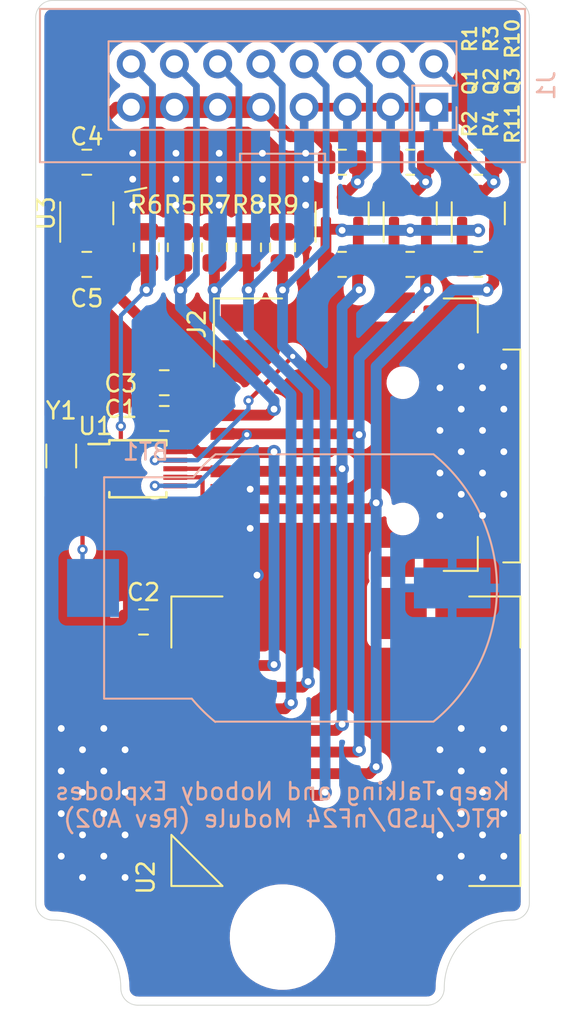
<source format=kicad_pcb>
(kicad_pcb (version 20211014) (generator pcbnew)
  (layers (0 "F.Cu" signal) (31 "B.Cu" signal) (34 "B.Paste" user) (35 "F.Paste" user) (36 "B.SilkS" user "B.Silkscreen") (37 "F.SilkS" user "F.Silkscreen") (38 "B.Mask" user) (39 "F.Mask" user) (44 "Edge.Cuts" user))
  (net 0 "")
  (net 1 "+5V")
  (net 2 "GND")
  (net 3 "+3V3")
  (net 4 "SCLK")
  (net 5 "IN-SCLK")
  (net 6 "MOSI")
  (net 7 "IN-MOSI")
  (net 8 "MISO")
  (net 9 "IN-MISO")
  (net 10 "SD-CS")
  (net 11 "RTC-CS")
  (net 12 "NF24-CS")
  (net 13 "NF24-CE")
  (net 14 "INT")
  (net 15 "Net-(U1-Pad1)")
  (net 16 "Net-(U1-Pad2)")
  (net 17 "+BATT")
  (footprint "MountingHole:MountingHole_3.2mm_M3" (layer "F.Cu") (at 35 75.5)
    (fp_text reference "REF**" hide)
    (fp_text value "MountingHole_3.2mm_M3")
    (pad "" np_thru_hole circle locked (at 0 0) (size 3.2 3.2) (drill 3.2) (layers *.Cu *.Mask))
  )
  (footprint "Capacitor_SMD:C_0805_2012Metric" (layer "F.Cu") (at 26.833 57 180)
    (fp_text reference "C2" (at 0 1.745) (layer "F.SilkS"))
    (fp_text value "10uF")
    (fp_line (start -0.261252 0.735) (end 0.261252 0.735) (layer "F.SilkS") (width 0.12))
    (fp_line (start -0.261252 -0.735) (end 0.261252 -0.735) (layer "F.SilkS") (width 0.12))
    (pad "1" smd roundrect (at -0.95 0 180) (size 1 1.45) (layers "F.Cu" "F.Paste" "F.Mask") (net 3 "+3V3"))
    (pad "2" smd roundrect (at 0.95 0 180) (size 1 1.45) (layers "F.Cu" "F.Paste" "F.Mask") (net 2 "GND"))
  )
  (footprint "Package_TO_SOT_SMD:SOT-23" (layer "F.Cu") (at 42.5 33 90)
    (fp_text reference "Q2" (at 7.75 4.75 90) (layer "F.SilkS") (effects (font (size 0.8 0.8))))
    (fp_text value "Q_NMOS_GSD")
    (fp_line (start 0 -1.56) (end -1.675 -1.56) (layer "F.SilkS") (width 0.12))
    (fp_line (start 0 1.56) (end 0.65 1.56) (layer "F.SilkS") (width 0.12))
    (fp_line (start 0 -1.56) (end 0.65 -1.56) (layer "F.SilkS") (width 0.12))
    (fp_line (start 0 1.56) (end -0.65 1.56) (layer "F.SilkS") (width 0.12))
    (pad "1" smd roundrect (at -0.9375 -0.95 90) (size 1.475 0.6) (layers "F.Cu" "F.Paste" "F.Mask") (net 3 "+3V3"))
    (pad "2" smd roundrect (at -0.9375 0.95 90) (size 1.475 0.6) (layers "F.Cu" "F.Paste" "F.Mask") (net 6 "MOSI"))
    (pad "3" smd roundrect (at 0.9375 0 90) (size 1.475 0.6) (layers "F.Cu" "F.Paste" "F.Mask") (net 7 "IN-MOSI"))
  )
  (footprint "Package_TO_SOT_SMD:SOT-23" (layer "F.Cu") (at 23.5 33 90)
    (fp_text reference "U3" (at 0 -2.4 90) (layer "F.SilkS"))
    (fp_text value "AMS1117-3.3")
    (fp_line (start 0 1.56) (end 0.65 1.56) (layer "F.SilkS") (width 0.12))
    (fp_line (start 0 -1.56) (end 0.65 -1.56) (layer "F.SilkS") (width 0.12))
    (fp_line (start 0 -1.56) (end -1.675 -1.56) (layer "F.SilkS") (width 0.12))
    (fp_line (start 0 1.56) (end -0.65 1.56) (layer "F.SilkS") (width 0.12))
    (pad "1" smd roundrect (at -0.9375 -0.95 90) (size 1.475 0.6) (layers "F.Cu" "F.Paste" "F.Mask") (net 2 "GND"))
    (pad "2" smd roundrect (at -0.9375 0.95 90) (size 1.475 0.6) (layers "F.Cu" "F.Paste" "F.Mask") (net 3 "+3V3"))
    (pad "3" smd roundrect (at 0.9375 0 90) (size 1.475 0.6) (layers "F.Cu" "F.Paste" "F.Mask") (net 1 "+5V"))
  )
  (footprint "Package_SO:MSOP-10_3x3mm_P0.5mm" (layer "F.Cu") (at 26.5 48)
    (fp_text reference "U1" (at -2.5 -2.5) (layer "F.SilkS"))
    (fp_text value "DS1390U")
    (fp_line (start 1.675 1.675) (end 1.675 1.375) (layer "F.SilkS") (width 0.15))
    (fp_line (start -1.675 1.675) (end 1.675 1.675) (layer "F.SilkS") (width 0.15))
    (fp_line (start -1.675 -1.675) (end 1.675 -1.675) (layer "F.SilkS") (width 0.15))
    (fp_line (start -1.675 -1.45) (end -2.9 -1.45) (layer "F.SilkS") (width 0.15))
    (fp_line (start -1.675 1.675) (end -1.675 1.375) (layer "F.SilkS") (width 0.15))
    (fp_line (start -1.675 -1.675) (end -1.675 -1.45) (layer "F.SilkS") (width 0.15))
    (fp_line (start 1.675 -1.675) (end 1.675 -1.375) (layer "F.SilkS") (width 0.15))
    (pad "1" smd rect (at -2.2 -1) (size 1.4 0.3) (layers "F.Cu" "F.Paste" "F.Mask") (net 15 "Net-(U1-Pad1)"))
    (pad "2" smd rect (at -2.2 -0.5) (size 1.4 0.3) (layers "F.Cu" "F.Paste" "F.Mask") (net 16 "Net-(U1-Pad2)"))
    (pad "3" smd rect (at -2.2 0) (size 1.4 0.3) (layers "F.Cu" "F.Paste" "F.Mask") (net 17 "+BATT"))
    (pad "4" smd rect (at -2.2 0.5) (size 1.4 0.3) (layers "F.Cu" "F.Paste" "F.Mask") (net 11 "RTC-CS"))
    (pad "5" smd rect (at -2.2 1) (size 1.4 0.3) (layers "F.Cu" "F.Paste" "F.Mask") (net 2 "GND"))
    (pad "6" smd rect (at 2.2 1) (size 1.4 0.3) (layers "F.Cu" "F.Paste" "F.Mask") (net 6 "MOSI"))
    (pad "7" smd rect (at 2.2 0.5) (size 1.4 0.3) (layers "F.Cu" "F.Paste" "F.Mask") (net 8 "MISO"))
    (pad "8" smd rect (at 2.2 0) (size 1.4 0.3) (layers "F.Cu" "F.Paste" "F.Mask") (net 4 "SCLK"))
    (pad "9" smd rect (at 2.2 -0.5) (size 1.4 0.3) (layers "F.Cu" "F.Paste" "F.Mask") (net 14 "INT"))
    (pad "10" smd rect (at 2.2 -1) (size 1.4 0.3) (layers "F.Cu" "F.Paste" "F.Mask") (net 3 "+3V3"))
  )
  (footprint "KTANE:NRF24L01P-Module" (layer "F.Cu") (at 29.47 64 90)
    (fp_text reference "U2" (at -8 -2.5 90 unlocked) (layer "F.SilkS"))
    (fp_text value "nRF24L01P_Module")
    (fp_line (start -8.5 19.5) (end -5.5 19.5) (layer "F.SilkS") (width 0.12))
    (fp_line (start -8.5 16.5) (end -8.5 19.5) (layer "F.SilkS") (width 0.12))
    (fp_line (start 8.5 -1) (end 8.5 2) (layer "F.SilkS") (width 0.12))
    (fp_line (start 8.5 16.5) (end 8.5 19.5) (layer "F.SilkS") (width 0.12))
    (fp_line (start 8.5 19.5) (end 5.5 19.5) (layer "F.SilkS") (width 0.12))
    (fp_line (start 8.5 -1) (end 5.5 -1) (layer "F.SilkS") (width 0.12))
    (fp_line (start -5.5 -1) (end -8.5 -1) (layer "F.SilkS") (width 0.12))
    (fp_line (start -8.5 2) (end -5.5 -1) (layer "F.SilkS") (width 0.12))
    (fp_line (start -8.5 -1) (end -8.5 2) (layer "F.SilkS") (width 0.12))
    (pad "1" smd rect (at 4.445 0 180) (size 4 1) (layers "F.Cu" "F.Paste" "F.Mask") (net 3 "+3V3"))
    (pad "2" smd rect (at 3.175 0 180) (size 4 1) (layers "F.Cu" "F.Paste" "F.Mask") (net 13 "NF24-CE"))
    (pad "3" smd rect (at 1.905 0 180) (size 4 1) (layers "F.Cu" "F.Paste" "F.Mask") (net 12 "NF24-CS"))
    (pad "4" smd rect (at 0.635 0 180) (size 4 1) (layers "F.Cu" "F.Paste" "F.Mask") (net 4 "SCLK"))
    (pad "5" smd rect (at -0.635 0 180) (size 4 1) (layers "F.Cu" "F.Paste" "F.Mask") (net 6 "MOSI"))
    (pad "6" smd rect (at -1.905 0 180) (size 4 1) (layers "F.Cu" "F.Paste" "F.Mask") (net 8 "MISO"))
    (pad "7" smd rect (at -3.175 0 180) (size 4 1) (layers "F.Cu" "F.Paste" "F.Mask") (net 14 "INT"))
    (pad "8" smd rect (at -4.445 0 180) (size 4 1) (layers "F.Cu" "F.Paste" "F.Mask") (net 2 "GND"))
    (pad "MP" smd rect (at -7.5 10 180) (size 3 3) (layers "F.Cu" "F.Paste" "F.Mask"))
    (pad "MP" smd rect (at 7.5 12.5 180) (size 3 3) (layers "F.Cu" "F.Paste" "F.Mask"))
  )
  (footprint "Resistor_SMD:R_0805_2012Metric" (layer "F.Cu") (at 27 35 90)
    (fp_text reference "R6" (at 2.5 0 180) (layer "F.SilkS"))
    (fp_text value "10k")
    (fp_line (start -0.227064 -0.735) (end 0.227064 -0.735) (layer "F.SilkS") (width 0.12))
    (fp_line (start -0.227064 0.735) (end 0.227064 0.735) (layer "F.SilkS") (width 0.12))
    (pad "1" smd roundrect (at -0.9125 0 90) (size 1.025 1.4) (layers "F.Cu" "F.Paste" "F.Mask") (roundrect_rratio 0.243902) (net 11 "RTC-CS"))
    (pad "2" smd roundrect (at 0.9125 0 90) (size 1.025 1.4) (layers "F.Cu" "F.Paste" "F.Mask") (roundrect_rratio 0.243902) (net 3 "+3V3"))
  )
  (footprint "Package_TO_SOT_SMD:SOT-23" (layer "F.Cu") (at 46.5 33 90)
    (fp_text reference "Q3" (at 7.75 2 90) (layer "F.SilkS") (effects (font (size 0.8 0.8))))
    (fp_text value "Q_NMOS_GSD")
    (fp_line (start 0 1.56) (end -0.65 1.56) (layer "F.SilkS") (width 0.12))
    (fp_line (start 0 -1.56) (end -1.675 -1.56) (layer "F.SilkS") (width 0.12))
    (fp_line (start 0 -1.56) (end 0.65 -1.56) (layer "F.SilkS") (width 0.12))
    (fp_line (start 0 1.56) (end 0.65 1.56) (layer "F.SilkS") (width 0.12))
    (pad "1" smd roundrect (at -0.9375 -0.95 90) (size 1.475 0.6) (layers "F.Cu" "F.Paste" "F.Mask") (net 3 "+3V3"))
    (pad "2" smd roundrect (at -0.9375 0.95 90) (size 1.475 0.6) (layers "F.Cu" "F.Paste" "F.Mask") (net 8 "MISO"))
    (pad "3" smd roundrect (at 0.9375 0 90) (size 1.475 0.6) (layers "F.Cu" "F.Paste" "F.Mask") (net 9 "IN-MISO"))
  )
  (footprint "Capacitor_SMD:C_0805_2012Metric" (layer "F.Cu") (at 28.05 42.95 180)
    (fp_text reference "C3" (at 2.55 -0.05) (layer "F.SilkS"))
    (fp_text value "10uF")
    (fp_line (start -0.261252 -0.735) (end 0.261252 -0.735) (layer "F.SilkS") (width 0.12))
    (fp_line (start -0.261252 0.735) (end 0.261252 0.735) (layer "F.SilkS") (width 0.12))
    (pad "1" smd roundrect (at -0.95 0 180) (size 1 1.45) (layers "F.Cu" "F.Paste" "F.Mask") (net 3 "+3V3"))
    (pad "2" smd roundrect (at 0.95 0 180) (size 1 1.45) (layers "F.Cu" "F.Paste" "F.Mask") (net 2 "GND"))
  )
  (footprint "Resistor_SMD:R_0805_2012Metric" (layer "F.Cu") (at 33 35 90)
    (fp_text reference "R8" (at 2.5 0 180) (layer "F.SilkS"))
    (fp_text value "10k")
    (fp_line (start -0.227064 0.735) (end 0.227064 0.735) (layer "F.SilkS") (width 0.12))
    (fp_line (start -0.227064 -0.735) (end 0.227064 -0.735) (layer "F.SilkS") (width 0.12))
    (pad "1" smd roundrect (at -0.9125 0 90) (size 1.025 1.4) (layers "F.Cu" "F.Paste" "F.Mask") (roundrect_rratio 0.243902) (net 13 "NF24-CE"))
    (pad "2" smd roundrect (at 0.9125 0 90) (size 1.025 1.4) (layers "F.Cu" "F.Paste" "F.Mask") (roundrect_rratio 0.243902) (net 3 "+3V3"))
  )
  (footprint "Resistor_SMD:R_0805_2012Metric" (layer "F.Cu") (at 38.5 30 180)
    (fp_text reference "R1" (at -7.5 7.25 90) (layer "F.SilkS") (effects (font (size 0.8 0.8))))
    (fp_text value "10k")
    (fp_line (start -0.227064 0.735) (end 0.227064 0.735) (layer "F.SilkS") (width 0.12))
    (fp_line (start -0.227064 -0.735) (end 0.227064 -0.735) (layer "F.SilkS") (width 0.12))
    (pad "1" smd roundrect (at -0.9125 0 180) (size 1.025 1.4) (layers "F.Cu" "F.Paste" "F.Mask") (roundrect_rratio 0.243902) (net 5 "IN-SCLK"))
    (pad "2" smd roundrect (at 0.9125 0 180) (size 1.025 1.4) (layers "F.Cu" "F.Paste" "F.Mask") (roundrect_rratio 0.243902) (net 1 "+5V"))
  )
  (footprint "Resistor_SMD:R_0805_2012Metric" (layer "F.Cu") (at 42.5 36 180)
    (fp_text reference "R4" (at -4.75 8.25 90) (layer "F.SilkS") (effects (font (size 0.8 0.8))))
    (fp_text value "10k")
    (fp_line (start -0.227064 0.735) (end 0.227064 0.735) (layer "F.SilkS") (width 0.12))
    (fp_line (start -0.227064 -0.735) (end 0.227064 -0.735) (layer "F.SilkS") (width 0.12))
    (pad "1" smd roundrect (at -0.9125 0 180) (size 1.025 1.4) (layers "F.Cu" "F.Paste" "F.Mask") (roundrect_rratio 0.243902) (net 6 "MOSI"))
    (pad "2" smd roundrect (at 0.9125 0 180) (size 1.025 1.4) (layers "F.Cu" "F.Paste" "F.Mask") (roundrect_rratio 0.243902) (net 3 "+3V3"))
  )
  (footprint "Package_TO_SOT_SMD:SOT-23" (layer "F.Cu") (at 38.5 33 90)
    (fp_text reference "Q1" (at 7.75 7.5 90) (layer "F.SilkS") (effects (font (size 0.8 0.8))))
    (fp_text value "Q_NMOS_GSD")
    (fp_line (start 0 -1.56) (end 0.65 -1.56) (layer "F.SilkS") (width 0.12))
    (fp_line (start 0 1.56) (end -0.65 1.56) (layer "F.SilkS") (width 0.12))
    (fp_line (start 0 1.56) (end 0.65 1.56) (layer "F.SilkS") (width 0.12))
    (fp_line (start 0 -1.56) (end -1.675 -1.56) (layer "F.SilkS") (width 0.12))
    (pad "1" smd roundrect (at -0.9375 -0.95 90) (size 1.475 0.6) (layers "F.Cu" "F.Paste" "F.Mask") (net 3 "+3V3"))
    (pad "2" smd roundrect (at -0.9375 0.95 90) (size 1.475 0.6) (layers "F.Cu" "F.Paste" "F.Mask") (net 4 "SCLK"))
    (pad "3" smd roundrect (at 0.9375 0 90) (size 1.475 0.6) (layers "F.Cu" "F.Paste" "F.Mask") (net 5 "IN-SCLK"))
  )
  (footprint "KTANE:mSDCardSlot" (layer "F.Cu") (at 31.47 46 90)
    (fp_text reference "J2" (at 6.5 -1.5 90 unlocked) (layer "F.SilkS"))
    (fp_text value "Micro_SD_Card_Det_9pin")
    (fp_line (start 4 -0.5) (end 8 -0.5) (layer "F.SilkS") (width 0.12))
    (fp_line (start -8 13) (end -8 15) (layer "F.SilkS") (width 0.12))
    (fp_line (start 6 15) (end 8 15) (layer "F.SilkS") (width 0.12))
    (fp_line (start 5 17.5) (end 5 16.5) (layer "F.SilkS") (width 0.12))
    (fp_line (start 8 -0.5) (end 8 3.5) (layer "F.SilkS") (width 0.12))
    (fp_line (start -7.5 17.5) (end 5 17.5) (layer "F.SilkS") (width 0.12))
    (fp_line (start 8 15) (end 8 13) (layer "F.SilkS") (width 0.12))
    (fp_line (start -8 15) (end -6 15) (layer "F.SilkS") (width 0.12))
    (fp_line (start -7.5 16.5) (end -7.5 17.5) (layer "F.SilkS") (width 0.12))
    (pad "" np_thru_hole circle (at 3.05 10.6 90) (size 0.9 0.9) (drill 0.9) (layers F&B.Cu *.Mask))
    (pad "" np_thru_hole circle (at -4.95 10.6 90) (size 0.9 0.9) (drill 0.9) (layers F&B.Cu *.Mask))
    (pad "1" smd rect (at 2.25 0 90) (size 0.7 1.4) (layers "F.Cu" "F.Paste" "F.Mask"))
    (pad "2" smd rect (at 1.15 0 90) (size 0.7 1.4) (layers "F.Cu" "F.Paste" "F.Mask") (net 10 "SD-CS"))
    (pad "3" smd rect (at 0.05 0 90) (size 0.7 1.4) (layers "F.Cu" "F.Paste" "F.Mask") (net 6 "MOSI"))
    (pad "4" smd rect (at -1.05 0 90) (size 0.7 1.4) (layers "F.Cu" "F.Paste" "F.Mask") (net 3 "+3V3"))
    (pad "5" smd rect (at -2.15 0 90) (size 0.7 1.4) (layers "F.Cu" "F.Paste" "F.Mask") (net 4 "SCLK"))
    (pad "6" smd rect (at -3.25 0 90) (size 0.7 1.4) (layers "F.Cu" "F.Paste" "F.Mask") (net 2 "GND"))
    (pad "7" smd rect (at -4.35 0 90) (size 0.7 1.4) (layers "F.Cu" "F.Paste" "F.Mask") (net 8 "MISO"))
    (pad "8" smd rect (at -5.45 0 90) (size 0.7 1.4) (layers "F.Cu" "F.Paste" "F.Mask"))
    (pad "9" smd rect (at -6.55 0 90) (size 0.7 1.4) (layers "F.Cu" "F.Paste" "F.Mask"))
    (pad "MP" smd rect (at -8 0.6 90) (size 1.6 1.4) (layers "F.Cu" "F.Paste" "F.Mask"))
    (pad "MP" smd rect (at -7.75 10.2 90) (size 1.2 2.2) (layers "F.Cu" "F.Paste" "F.Mask"))
    (pad "MP" smd rect (at 7.75 10.2 90) (size 1.2 2.2) (layers "F.Cu" "F.Paste" "F.Mask"))
    (pad "MP" smd rect (at 6.85 0.6 90) (size 1.6 1.4) (layers "F.Cu" "F.Paste" "F.Mask"))
  )
  (footprint "Resistor_SMD:R_0805_2012Metric" (layer "F.Cu") (at 29 35 90)
    (fp_text reference "R5" (at 2.5 0 180) (layer "F.SilkS"))
    (fp_text value "10k")
    (fp_line (start -0.227064 0.735) (end 0.227064 0.735) (layer "F.SilkS") (width 0.12))
    (fp_line (start -0.227064 -0.735) (end 0.227064 -0.735) (layer "F.SilkS") (width 0.12))
    (pad "1" smd roundrect (at -0.9125 0 90) (size 1.025 1.4) (layers "F.Cu" "F.Paste" "F.Mask") (roundrect_rratio 0.243902) (net 10 "SD-CS"))
    (pad "2" smd roundrect (at 0.9125 0 90) (size 1.025 1.4) (layers "F.Cu" "F.Paste" "F.Mask") (roundrect_rratio 0.243902) (net 3 "+3V3"))
  )
  (footprint "Resistor_SMD:R_0805_2012Metric" (layer "F.Cu") (at 46.5 30 180)
    (fp_text reference "R10" (at -2 7.25 90) (layer "F.SilkS") (effects (font (size 0.8 0.8))))
    (fp_text value "10k")
    (fp_line (start -0.227064 0.735) (end 0.227064 0.735) (layer "F.SilkS") (width 0.12))
    (fp_line (start -0.227064 -0.735) (end 0.227064 -0.735) (layer "F.SilkS") (width 0.12))
    (pad "1" smd roundrect (at -0.9125 0 180) (size 1.025 1.4) (layers "F.Cu" "F.Paste" "F.Mask") (roundrect_rratio 0.243902) (net 9 "IN-MISO"))
    (pad "2" smd roundrect (at 0.9125 0 180) (size 1.025 1.4) (layers "F.Cu" "F.Paste" "F.Mask") (roundrect_rratio 0.243902) (net 1 "+5V"))
  )
  (footprint "Capacitor_SMD:C_0805_2012Metric" (layer "F.Cu") (at 28.05 45.05 180)
    (fp_text reference "C1" (at 2.55 0.55) (layer "F.SilkS"))
    (fp_text value "10uF")
    (fp_line (start -0.261252 -0.735) (end 0.261252 -0.735) (layer "F.SilkS") (width 0.12))
    (fp_line (start -0.261252 0.735) (end 0.261252 0.735) (layer "F.SilkS") (width 0.12))
    (pad "1" smd roundrect (at -0.95 0 180) (size 1 1.45) (layers "F.Cu" "F.Paste" "F.Mask") (net 3 "+3V3"))
    (pad "2" smd roundrect (at 0.95 0 180) (size 1 1.45) (layers "F.Cu" "F.Paste" "F.Mask") (net 2 "GND"))
  )
  (footprint "Crystal:Crystal_SMD_3215-2Pin_3.2x1.5mm" (layer "F.Cu") (at 22 47.25 -90)
    (fp_text reference "Y1" (at -2.663 -0.007 180) (layer "F.SilkS"))
    (fp_text value "32.767kHz")
    (fp_line (start -0.675 -0.875) (end 0.675 -0.875) (layer "F.SilkS") (width 0.12))
    (fp_line (start -0.675 0.875) (end 0.675 0.875) (layer "F.SilkS") (width 0.12))
    (pad "1" smd rect (at 1.25 0 270) (size 1 1.8) (layers "F.Cu" "F.Paste" "F.Mask") (net 16 "Net-(U1-Pad2)"))
    (pad "2" smd rect (at -1.25 0 270) (size 1 1.8) (layers "F.Cu" "F.Paste" "F.Mask") (net 15 "Net-(U1-Pad1)"))
  )
  (footprint "Resistor_SMD:R_0805_2012Metric" (layer "F.Cu") (at 42.5 30 180)
    (fp_text reference "R3" (at -4.75 7.25 90) (layer "F.SilkS") (effects (font (size 0.8 0.8))))
    (fp_text value "10k")
    (fp_line (start -0.227064 -0.735) (end 0.227064 -0.735) (layer "F.SilkS") (width 0.12))
    (fp_line (start -0.227064 0.735) (end 0.227064 0.735) (layer "F.SilkS") (width 0.12))
    (pad "1" smd roundrect (at -0.9125 0 180) (size 1.025 1.4) (layers "F.Cu" "F.Paste" "F.Mask") (roundrect_rratio 0.243902) (net 7 "IN-MOSI"))
    (pad "2" smd roundrect (at 0.9125 0 180) (size 1.025 1.4) (layers "F.Cu" "F.Paste" "F.Mask") (roundrect_rratio 0.243902) (net 1 "+5V"))
  )
  (footprint "Capacitor_SMD:C_0805_2012Metric" (layer "F.Cu") (at 23.5 36 180)
    (fp_text reference "C5" (at 0 -2 180) (layer "F.SilkS"))
    (fp_text value "0.1uF")
    (fp_line (start -0.261252 0.735) (end 0.261252 0.735) (layer "F.SilkS") (width 0.12))
    (fp_line (start -0.261252 -0.735) (end 0.261252 -0.735) (layer "F.SilkS") (width 0.12))
    (pad "1" smd roundrect (at -0.95 0 180) (size 1 1.45) (layers "F.Cu" "F.Paste" "F.Mask") (net 3 "+3V3"))
    (pad "2" smd roundrect (at 0.95 0 180) (size 1 1.45) (layers "F.Cu" "F.Paste" "F.Mask") (net 2 "GND"))
  )
  (footprint "Resistor_SMD:R_0805_2012Metric" (layer "F.Cu") (at 38.5 36 180)
    (fp_text reference "R2" (at -7.5 8.25 90) (layer "F.SilkS") (effects (font (size 0.8 0.8))))
    (fp_text value "10k")
    (fp_line (start -0.227064 0.735) (end 0.227064 0.735) (layer "F.SilkS") (width 0.12))
    (fp_line (start -0.227064 -0.735) (end 0.227064 -0.735) (layer "F.SilkS") (width 0.12))
    (pad "1" smd roundrect (at -0.9125 0 180) (size 1.025 1.4) (layers "F.Cu" "F.Paste" "F.Mask") (roundrect_rratio 0.243902) (net 4 "SCLK"))
    (pad "2" smd roundrect (at 0.9125 0 180) (size 1.025 1.4) (layers "F.Cu" "F.Paste" "F.Mask") (roundrect_rratio 0.243902) (net 3 "+3V3"))
  )
  (footprint "Capacitor_SMD:C_0805_2012Metric" (layer "F.Cu") (at 23.5 30 180)
    (fp_text reference "C4" (at 0 1.5 180) (layer "F.SilkS"))
    (fp_text value "0.1uF")
    (fp_line (start -0.261252 0.735) (end 0.261252 0.735) (layer "F.SilkS") (width 0.12))
    (fp_line (start -0.261252 -0.735) (end 0.261252 -0.735) (layer "F.SilkS") (width 0.12))
    (pad "1" smd roundrect (at -0.95 0 180) (size 1 1.45) (layers "F.Cu" "F.Paste" "F.Mask") (net 1 "+5V"))
    (pad "2" smd roundrect (at 0.95 0 180) (size 1 1.45) (layers "F.Cu" "F.Paste" "F.Mask") (net 2 "GND"))
  )
  (footprint "Resistor_SMD:R_0805_2012Metric" (layer "F.Cu") (at 31 35 90)
    (fp_text reference "R7" (at 2.5 0 180) (layer "F.SilkS"))
    (fp_text value "10k")
    (fp_line (start -0.227064 0.735) (end 0.227064 0.735) (layer "F.SilkS") (width 0.12))
    (fp_line (start -0.227064 -0.735) (end 0.227064 -0.735) (layer "F.SilkS") (width 0.12))
    (pad "1" smd roundrect (at -0.9125 0 90) (size 1.025 1.4) (layers "F.Cu" "F.Paste" "F.Mask") (roundrect_rratio 0.243902) (net 12 "NF24-CS"))
    (pad "2" smd roundrect (at 0.9125 0 90) (size 1.025 1.4) (layers "F.Cu" "F.Paste" "F.Mask") (roundrect_rratio 0.243902) (net 3 "+3V3"))
  )
  (footprint "Resistor_SMD:R_0805_2012Metric" (layer "F.Cu") (at 35 35 90)
    (fp_text reference "R9" (at 2.5 0 180) (layer "F.SilkS"))
    (fp_text value "10k")
    (fp_line (start -0.227064 -0.735) (end 0.227064 -0.735) (layer "F.SilkS") (width 0.12))
    (fp_line (start -0.227064 0.735) (end 0.227064 0.735) (layer "F.SilkS") (width 0.12))
    (pad "1" smd roundrect (at -0.9125 0 90) (size 1.025 1.4) (layers "F.Cu" "F.Paste" "F.Mask") (roundrect_rratio 0.243902) (net 14 "INT"))
    (pad "2" smd roundrect (at 0.9125 0 90) (size 1.025 1.4) (layers "F.Cu" "F.Paste" "F.Mask") (roundrect_rratio 0.243902) (net 3 "+3V3"))
  )
  (footprint "Resistor_SMD:R_0805_2012Metric" (layer "F.Cu") (at 46.5 36 180)
    (fp_text reference "R11" (at -2 8.25 90) (layer "F.SilkS") (effects (font (size 0.8 0.8))))
    (fp_text value "10k")
    (fp_line (start -0.227064 -0.735) (end 0.227064 -0.735) (layer "F.SilkS") (width 0.12))
    (fp_line (start -0.227064 0.735) (end 0.227064 0.735) (layer "F.SilkS") (width 0.12))
    (pad "1" smd roundrect (at -0.9125 0 180) (size 1.025 1.4) (layers "F.Cu" "F.Paste" "F.Mask") (roundrect_rratio 0.243902) (net 8 "MISO"))
    (pad "2" smd roundrect (at 0.9125 0 180) (size 1.025 1.4) (layers "F.Cu" "F.Paste" "F.Mask") (roundrect_rratio 0.243902) (net 3 "+3V3"))
  )
  (footprint "KTANE:PinHeader_2x08_P2.54mm_Vertical-Centered" (layer "B.Cu") (at 35 25.5 90)
    (fp_text reference "J1" (at 0 15.5 270) (layer "B.SilkS") (effects (justify mirror)))
    (fp_text value "In")
    (fp_line (start -4.5 14.25) (end 4.5 14.25) (layer "B.SilkS") (width 0.12))
    (fp_line (start -2.6 7.62) (end 0 7.62) (layer "B.SilkS") (width 0.12))
    (fp_line (start -2.6 -10.22) (end 2.6 -10.22) (layer "B.SilkS") (width 0.12))
    (fp_line (start -4 -2.5) (end -4.5 -2.5) (layer "B.SilkS") (width 0.12))
    (fp_line (start 4.5 -14.25) (end -4.5 -14.25) (layer "B.SilkS") (width 0.12))
    (fp_line (start 0 10.22) (end 2.6 10.22) (layer "B.SilkS") (width 0.12))
    (fp_line (start -4.5 -14.25) (end -4.5 0) (layer "B.SilkS") (width 0.12))
    (fp_line (start -4.5 0) (end -4.5 14.25) (layer "B.SilkS") (width 0.12))
    (fp_line (start -2.6 10.22) (end -1.27 10.22) (layer "B.SilkS") (width 0.12))
    (fp_line (start 4.5 14.25) (end 4.5 -14.25) (layer "B.SilkS") (width 0.12))
    (fp_line (start -4.5 2.5) (end -4 2.5) (layer "B.SilkS") (width 0.12))
    (fp_line (start -4 2.5) (end -4 -2.5) (layer "B.SilkS") (width 0.12))
    (fp_line (start 2.6 10.22) (end 2.6 -10.22) (layer "B.SilkS") (width 0.12))
    (fp_line (start -2.6 7.62) (end -2.6 -10.22) (layer "B.SilkS") (width 0.12))
    (fp_line (start -2.6 8.89) (end -2.6 10.22) (layer "B.SilkS") (width 0.12))
    (fp_line (start 0 7.62) (end 0 10.22) (layer "B.SilkS") (width 0.12))
    (pad "1" thru_hole rect locked (at -1.27 8.89 90) (size 1.7 1.7) (drill 1) (layers *.Cu *.Mask) (net 2 "GND"))
    (pad "2" thru_hole oval locked (at 1.27 8.89 90) (size 1.7 1.7) (drill 1) (layers *.Cu *.Mask) (net 9 "IN-MISO"))
    (pad "3" thru_hole oval locked (at -1.27 6.35 90) (size 1.7 1.7) (drill 1) (layers *.Cu *.Mask) (net 2 "GND"))
    (pad "4" thru_hole oval locked (at 1.27 6.35 90) (size 1.7 1.7) (drill 1) (layers *.Cu *.Mask) (net 7 "IN-MOSI"))
    (pad "5" thru_hole oval locked (at -1.27 3.81 90) (size 1.7 1.7) (drill 1) (layers *.Cu *.Mask) (net 2 "GND"))
    (pad "6" thru_hole oval locked (at 1.27 3.81 90) (size 1.7 1.7) (drill 1) (layers *.Cu *.Mask) (net 5 "IN-SCLK"))
    (pad "7" thru_hole oval locked (at -1.27 1.27 90) (size 1.7 1.7) (drill 1) (layers *.Cu *.Mask) (net 2 "GND"))
    (pad "8" thru_hole oval locked (at 1.27 1.27 90) (size 1.7 1.7) (drill 1) (layers *.Cu *.Mask) (net 14 "INT"))
    (pad "9" thru_hole oval locked (at -1.27 -1.27 90) (size 1.7 1.7) (drill 1) (layers *.Cu *.Mask) (net 1 "+5V"))
    (pad "10" thru_hole oval locked (at 1.27 -1.27 90) (size 1.7 1.7) (drill 1) (layers *.Cu *.Mask) (net 13 "NF24-CE"))
    (pad "11" thru_hole oval locked (at -1.27 -3.81 90) (size 1.7 1.7) (drill 1) (layers *.Cu *.Mask) (net 1 "+5V"))
    (pad "12" thru_hole oval locked (at 1.27 -3.81 90) (size 1.7 1.7) (drill 1) (layers *.Cu *.Mask) (net 12 "NF24-CS"))
    (pad "13" thru_hole oval locked (at -1.27 -6.35 90) (size 1.7 1.7) (drill 1) (layers *.Cu *.Mask) (net 1 "+5V"))
    (pad "14" thru_hole oval locked (at 1.27 -6.35 90) (size 1.7 1.7) (drill 1) (layers *.Cu *.Mask) (net 10 "SD-CS"))
    (pad "15" thru_hole oval locked (at -1.27 -8.89 90) (size 1.7 1.7) (drill 1) (layers *.Cu *.Mask) (net 1 "+5V"))
    (pad "16" thru_hole oval locked (at 1.27 -8.89 90) (size 1.7 1.7) (drill 1) (layers *.Cu *.Mask) (net 11 "RTC-CS"))
  )
  (footprint "KTANE:CellHolder" (layer "B.Cu") (at 37.46835 55 180)
    (fp_text reference "BT1" (at 10.5 8 unlocked) (layer "B.SilkS") (effects (justify mirror)))
    (fp_text value "Battery_Cell")
    (fp_line (start -6.4 -7.85) (end 6.4 -7.85) (layer "B.SilkS") (width 0.12))
    (fp_line (start 7.7 6.5) (end 12.95 6.5) (layer "B.SilkS") (width 0.12))
    (fp_line (start -6.4 7.85) (end 6.4 7.85) (layer "B.SilkS") (width 0.12))
    (fp_line (start 12.95 6.5) (end 12.95 -6.5) (layer "B.SilkS") (width 0.12))
    (fp_line (start 7.8 -6.5) (end 12.95 -6.5) (layer "B.SilkS") (width 0.12))
    (fp_arc (start -6.399999 7.849999) (mid -10.128301 0) (end -6.399999 -7.849999) (layer "B.SilkS") (width 0.12))
    (fp_arc (start 7.7 6.5) (mid 7.090637 7.214132) (end 6.399999 7.849999) (layer "B.SilkS") (width 0.12))
    (fp_arc (start 6.415811 -7.869394) (mid 7.140808 -7.217955) (end 7.8 -6.5) (layer "B.SilkS") (width 0.12))
    (pad "1" smd rect (at 13.6 0 180) (size 3.05 3.4) (layers "B.Cu" "B.Paste" "B.Mask") (net 17 "+BATT"))
    (pad "2" smd rect (at -7.5 0 180) (size 4.5 2.4) (layers "B.Cu" "B.Paste" "B.Mask") (net 2 "GND"))
  )
  (gr_line (start 27 31.5) (end 25.75 31.75) (layer "F.SilkS") (width 0.12))
  (gr_line (start 21.5 20.5) (end 48.5 20.5) (layer "Edge.Cuts") (width 0.05))
  (gr_line (start 49.5 21.5) (end 49.5 73.5) (layer "Edge.Cuts") (width 0.05))
  (gr_line (start 43.5 79.5) (end 26.5 79.5) (layer "Edge.Cuts") (width 0.05))
  (gr_line (start 20.5 73.5) (end 20.5 21.5) (layer "Edge.Cuts") (width 0.05))
  (gr_arc (start 20.5 21.5) (mid 20.792893 20.792893) (end 21.5 20.5) (layer "Edge.Cuts") (width 0.05))
  (gr_arc (start 48.5 20.5) (mid 49.207107 20.792893) (end 49.5 21.5) (layer "Edge.Cuts") (width 0.05))
  (gr_arc (start 44.5 78.5) (mid 44.207107 79.207107) (end 43.5 79.5) (layer "Edge.Cuts") (width 0.05))
  (gr_arc (start 26.5 79.5) (mid 25.792893 79.207107) (end 25.5 78.5) (layer "Edge.Cuts") (width 0.05))
  (gr_arc (start 49.5 73.5) (mid 49.207107 74.207107) (end 48.5 74.5) (layer "Edge.Cuts") (width 0.05))
  (gr_arc (start 21.5 74.5) (mid 20.792893 74.207107) (end 20.5 73.5) (layer "Edge.Cuts") (width 0.05))
  (gr_arc (start 21.5 74.5) (mid 24.328427 75.671573) (end 25.5 78.5) (layer "Edge.Cuts") (width 0.05))
  (gr_arc (start 44.5 78.5) (mid 45.671573 75.671573) (end 48.5 74.5) (layer "Edge.Cuts") (width 0.05))
  (gr_text "Keep Talking and Nobody Explodes\nRTC/μSD/nF24 Module (Rev A02)" (at 35 67.75) (layer "B.SilkS") (effects (font (size 1 1)) (justify mirror)))
  (segment (start 31.19 26.77) (end 28.65 26.77) (width 1.27) (layer "F.Cu") (net 1))
  (segment (start 41.5875 30) (end 41.5875 29.0875) (width 0.635) (layer "F.Cu") (net 1))
  (segment (start 45.5875 29.0875) (end 45 28.5) (width 0.635) (layer "F.Cu") (net 1))
  (segment (start 41.5875 29.0875) (end 41 28.5) (width 0.635) (layer "F.Cu") (net 1))
  (segment (start 24.45 27.55) (end 25.23 26.77) (width 0.635) (layer "F.Cu") (net 1))
  (segment (start 23.5 31.5) (end 23.5 32.0625) (width 0.635) (layer "F.Cu") (net 1))
  (segment (start 37 28.5) (end 35.46 28.5) (width 0.635) (layer "F.Cu") (net 1))
  (segment (start 45 28.5) (end 41 28.5) (width 0.635) (layer "F.Cu") (net 1))
  (segment (start 35.46 28.5) (end 33.73 26.77) (width 0.635) (layer "F.Cu") (net 1))
  (segment (start 24.45 30) (end 24.45 30.55) (width 0.635) (layer "F.Cu") (net 1))
  (segment (start 24.45 30.55) (end 23.5 31.5) (width 0.635) (layer "F.Cu") (net 1))
  (segment (start 37.5875 30) (end 37.5875 29.0875) (width 0.635) (layer "F.Cu") (net 1))
  (segment (start 24.45 30) (end 24.45 27.55) (width 0.635) (layer "F.Cu") (net 1))
  (segment (start 33.73 26.77) (end 31.19 26.77) (width 1.27) (layer "F.Cu") (net 1))
  (segment (start 37.5875 29.0875) (end 37 28.5) (width 0.635) (layer "F.Cu") (net 1))
  (segment (start 41 28.5) (end 37 28.5) (width 0.635) (layer "F.Cu") (net 1))
  (segment (start 45.5875 30) (end 45.5875 29.0875) (width 0.635) (layer "F.Cu") (net 1))
  (segment (start 25.23 26.77) (end 26.11 26.77) (width 0.635) (layer "F.Cu") (net 1))
  (segment (start 28.65 26.77) (end 26.11 26.77) (width 1.27) (layer "F.Cu") (net 1))
  (segment (start 24.3 49) (end 24.3 49.8) (width 0.25) (layer "F.Cu") (net 2))
  (via (at 46.75 48.25) (size 0.8) (drill 0.4) (layers "F.Cu" "B.Cu") (net 2))
  (via (at 44.25 45.75) (size 0.8) (drill 0.4) (layers "F.Cu" "B.Cu") (net 2))
  (via (at 48 63.25) (size 0.8) (drill 0.4) (layers "F.Cu" "B.Cu") (net 2))
  (via (at 31.278 30.998) (size 0.8) (drill 0.4) (layers "F.Cu" "B.Cu") (net 2))
  (via (at 22 65.75) (size 0.8) (drill 0.4) (layers "F.Cu" "B.Cu") (net 2))
  (via (at 46.75 69.5) (size 0.8) (drill 0.4) (layers "F.Cu" "B.Cu") (net 2))
  (via (at 23.25 72) (size 0.8) (drill 0.4) (layers "F.Cu" "B.Cu") (net 2))
  (via (at 23.25 64.5) (size 0.8) (drill 0.4) (layers "F.Cu" "B.Cu") (net 2))
  (via (at 44.25 48.25) (size 0.8) (drill 0.4) (layers "F.Cu" "B.Cu") (net 2))
  (via (at 48 68.25) (size 0.8) (drill 0.4) (layers "F.Cu" "B.Cu") (net 2))
  (via (at 45.5 63.25) (size 0.8) (drill 0.4) (layers "F.Cu" "B.Cu") (net 2))
  (via (at 23.25 67) (size 0.8) (drill 0.4) (layers "F.Cu" "B.Cu") (net 2))
  (via (at 22 68.25) (size 0.8) (drill 0.4) (layers "F.Cu" "B.Cu") (net 2))
  (via (at 33.818 30.998) (size 0.8) (drill 0.4) (layers "F.Cu" "B.Cu") (net 2))
  (via (at 45.5 49.5) (size 0.8) (drill 0.4) (layers "F.Cu" "B.Cu") (net 2))
  (via (at 33.5 54.25) (size 0.8) (drill 0.4) (layers "F.Cu" "B.Cu") (net 2))
  (via (at 45.5 70.75) (size 0.8) (drill 0.4) (layers "F.Cu" "B.Cu") (net 2))
  (via (at 31.278 32.522) (size 0.8) (drill 0.4) (layers "F.Cu" "B.Cu") (net 2))
  (via (at 24.5 63.25) (size 0.8) (drill 0.4) (layers "F.Cu" "B.Cu") (net 2))
  (via (at 45.5 42) (size 0.8) (drill 0.4) (layers "F.Cu" "B.Cu") (net 2))
  (via (at 44.25 72) (size 0.8) (drill 0.4) (layers "F.Cu" "B.Cu") (net 2))
  (via (at 45.5 65.75) (size 0.8) (drill 0.4) (layers "F.Cu" "B.Cu") (net 2))
  (via (at 46.75 72) (size 0.8) (drill 0.4) (layers "F.Cu" "B.Cu") (net 2))
  (via (at 28.738 32.522) (size 0.8) (drill 0.4) (layers "F.Cu" "B.Cu") (net 2))
  (via (at 45.5 44.5) (size 0.8) (drill 0.4) (layers "F.Cu" "B.Cu") (net 2))
  (via (at 26.198 29.474) (size 0.8) (drill 0.4) (layers "F.Cu" "B.Cu") (net 2))
  (via (at 28.738 29.474) (size 0.8) (drill 0.4) (layers "F.Cu" "B.Cu") (net 2))
  (via (at 48 44.5) (size 0.8) (drill 0.4) (layers "F.Cu" "B.Cu") (net 2))
  (via (at 24.5 65.75) (size 0.8) (drill 0.4) (layers "F.Cu" "B.Cu") (net 2))
  (via (at 26.198 30.998) (size 0.8) (drill 0.4) (layers "F.Cu" "B.Cu") (net 2))
  (via (at 33.818 29.474) (size 0.8) (drill 0.4) (layers "F.Cu" "B.Cu") (net 2))
  (via (at 24.5 68.25) (size 0.8) (drill 0.4) (layers "F.Cu" "B.Cu") (net 2))
  (via (at 23.25 69.5) (size 0.8) (drill 0.4) (layers "F.Cu" "B.Cu") (net 2))
  (via (at 25.75 67) (size 0.8) (drill 0.4) (layers "F.Cu" "B.Cu") (net 2))
  (via (at 48 42) (size 0.8) (drill 0.4) (layers "F.Cu" "B.Cu") (net 2))
  (via (at 45.5 47) (size 0.8) (drill 0.4) (layers "F.Cu" "B.Cu") (net 2))
  (via (at 25.75 64.5) (size 0.8) (drill 0.4) (layers "F.Cu" "B.Cu") (net 2))
  (via (at 48 49.5) (size 0.8) (drill 0.4) (layers "F.Cu" "B.Cu") (net 2))
  (via (at 22 70.75) (size 0.8) (drill 0.4) (layers "F.Cu" "B.Cu") (net 2))
  (via (at 44.25 64.5) (size 0.8) (drill 0.4) (layers "F.Cu" "B.Cu") (net 2))
  (via (at 46.75 67) (size 0.8) (drill 0.4) (layers "F.Cu" "B.Cu") (net 2))
  (via (at 24.5 70.75) (size 0.8) (drill 0.4) (layers "F.Cu" "B.Cu") (net 2))
  (via (at 25.75 69.5) (size 0.8) (drill 0.4) (layers "F.Cu" "B.Cu") (net 2))
  (via (at 31.278 29.474) (size 0.8) (drill 0.4) (layers "F.Cu" "B.Cu") (net 2))
  (via (at 22 63.25) (size 0.8) (drill 0.4) (layers "F.Cu" "B.Cu") (net 2))
  (via (at 44.25 69.5) (size 0.8) (drill 0.4) (layers "F.Cu" "B.Cu") (net 2))
  (via (at 25.75 72) (size 0.8) (drill 0.4) (layers "F.Cu" "B.Cu") (net 2))
  (via (at 26.198 32.522) (size 0.8) (drill 0.4) (layers "F.Cu" "B.Cu") (net 2))
  (via (at 36.358 30.998) (size 0.8) (drill 0.4) (layers "F.Cu" "B.Cu") (net 2))
  (via (at 33.1 49.2) (size 0.8) (drill 0.4) (layers "F.Cu" "B.Cu") (net 2))
  (via (at 48 65.75) (size 0.8) (drill 0.4) (layers "F.Cu" "B.Cu") (net 2))
  (via (at 28.738 30.998) (size 0.8) (drill 0.4) (layers "F.Cu" "B.Cu") (net 2))
  (via (at 44.25 50.75) (size 0.8) (drill 0.4) (layers "F.Cu" "B.Cu") (net 2))
  (via (at 36.358 32.522) (size 0.8) (drill 0.4) (layers "F.Cu" "B.Cu") (net 2))
  (via (at 46.75 50.75) (size 0.8) (drill 0.4) (layers "F.Cu" "B.Cu") (net 2))
  (via (at 36.358 29.474) (size 0.8) (drill 0.4) (layers "F.Cu" "B.Cu") (net 2))
  (via (at 46.75 45.75) (size 0.8) (drill 0.4) (layers "F.Cu" "B.Cu") (net 2))
  (via (at 48 70.75) (size 0.8) (drill 0.4) (layers "F.Cu" "B.Cu") (net 2))
  (via (at 48 47) (size 0.8) (drill 0.4) (layers "F.Cu" "B.Cu") (net 2))
  (via (at 45.5 68.25) (size 0.8) (drill 0.4) (layers "F.Cu" "B.Cu") (net 2))
  (via (at 46.75 64.5) (size 0.8) (drill 0.4) (layers "F.Cu" "B.Cu") (net 2))
  (via (at 33.1 51.5) (size 0.8) (drill 0.4) (layers "F.Cu" "B.Cu") (net 2))
  (via (at 46.75 43.25) (size 0.8) (drill 0.4) (layers "F.Cu" "B.Cu") (net 2))
  (via (at 33.818 32.522) (size 0.8) (drill 0.4) (layers "F.Cu" "B.Cu") (net 2))
  (via (at 44.25 67) (size 0.8) (drill 0.4) (layers "F.Cu" "B.Cu") (net 2))
  (via (at 44.25 43.25) (size 0.8) (drill 0.4) (layers "F.Cu" "B.Cu") (net 2))
  (segment (start 41.55 35.9625) (end 41.5875 36) (width 0.635) (layer "F.Cu") (net 3))
  (segment (start 29 42.95) (end 29 45.05) (width 0.635) (layer "F.Cu") (net 3))
  (segment (start 31.47 47.05) (end 34.45 47.05) (width 0.635) (layer "F.Cu") (net 3))
  (segment (start 29.47 59.555) (end 34.445 59.555) (width 0.635) (layer "F.Cu") (net 3))
  (segment (start 38.4375 33.9375) (end 38.5 34) (width 0.635) (layer "F.Cu") (net 3))
  (segment (start 28.7 47) (end 30 47) (width 0.25) (layer "F.Cu") (net 3))
  (segment (start 45.6125 34) (end 45.55 33.9375) (width 0.635) (layer "F.Cu") (net 3))
  (segment (start 35 34.0875) (end 33 34.0875) (width 0.635) (layer "F.Cu") (net 3))
  (segment (start 42.5 34) (end 41.6125 34) (width 0.635) (layer "F.Cu") (net 3))
  (segment (start 45.55 33.9375) (end 45.55 35.9625) (width 0.635) (layer "F.Cu") (net 3))
  (segment (start 34.45 47.05) (end 34.5 47) (width 0.635) (layer "F.Cu") (net 3))
  (segment (start 29 45.05) (end 29 46) (width 0.635) (layer "F.Cu") (net 3))
  (segment (start 27 34.0875) (end 24.575 34.0875) (width 0.635) (layer "F.Cu") (net 3))
  (segment (start 35 34.0875) (end 37.4 34.0875) (width 0.635) (layer "F.Cu") (net 3))
  (segment (start 24.575 34.0875) (end 24.4375 33.95) (width 0.635) (layer "F.Cu") (net 3))
  (segment (start 37.55 33.9375) (end 38.4375 33.9375) (width 0.635) (layer "F.Cu") (net 3))
  (segment (start 29 41.5) (end 29 42.95) (width 0.635) (layer "F.Cu") (net 3))
  (segment (start 45.55 35.9625) (end 45.5875 36) (width 0.635) (layer "F.Cu") (net 3))
  (segment (start 34.445 59.555) (end 34.5 59.5) (width 0.635) (layer "F.Cu") (net 3))
  (segment (start 30 47) (end 30.05 47.05) (width 0.25) (layer "F.Cu") (net 3))
  (segment (start 29.47 57.47) (end 29 57) (width 0.635) (layer "F.Cu") (net 3))
  (segment (start 27 34.0875) (end 29 34.0875) (width 0.635) (layer "F.Cu") (net 3))
  (segment (start 37.55 35.9625) (end 37.5875 36) (width 0.635) (layer "F.Cu") (net 3))
  (segment (start 37.55 33.9375) (end 37.55 35.9625) (width 0.635) (layer "F.Cu") (net 3))
  (segment (start 29 57) (end 27.95 57) (width 0.635) (layer "F.Cu") (net 3))
  (segment (start 24.45 36.95) (end 29 41.5) (width 0.635) (layer "F.Cu") (net 3))
  (segment (start 41.6125 34) (end 41.55 33.9375) (width 0.635) (layer "F.Cu") (net 3))
  (segment (start 30.05 47.05) (end 31.47 47.05) (width 0.635) (layer "F.Cu") (net 3))
  (segment (start 29.47 59.555) (end 29.47 57.47) (width 0.635) (layer "F.Cu") (net 3))
  (segment (start 41.55 33.9375) (end 41.55 35.9625) (width 0.635) (layer "F.Cu") (net 3))
  (segment (start 37.4 34.0875) (end 37.55 33.9375) (width 0.635) (layer "F.Cu") (net 3))
  (segment (start 24.4375 35.9875) (end 24.45 36) (width 0.635) (layer "F.Cu") (net 3))
  (segment (start 29 46) (end 30.05 47.05) (width 0.635) (layer "F.Cu") (net 3))
  (segment (start 46.5 34) (end 45.6125 34) (width 0.635) (layer "F.Cu") (net 3))
  (segment (start 24.45 36) (end 24.45 36.95) (width 0.635) (layer "F.Cu") (net 3))
  (segment (start 29 34.0875) (end 31 34.0875) (width 0.635) (layer "F.Cu") (net 3))
  (segment (start 24.4375 33.95) (end 24.4375 35.9875) (width 0.635) (layer "F.Cu") (net 3))
  (segment (start 33 34.0875) (end 31 34.0875) (width 0.635) (layer "F.Cu") (net 3))
  (via (at 34.5 59.5) (size 0.8) (drill 0.4) (layers "F.Cu" "B.Cu") (net 3))
  (via (at 42.5 34) (size 0.8) (drill 0.4) (layers "F.Cu" "B.Cu") (net 3))
  (via (at 46.5 34) (size 0.8) (drill 0.4) (layers "F.Cu" "B.Cu") (net 3))
  (via (at 38.5 34) (size 0.8) (drill 0.4) (layers "F.Cu" "B.Cu") (net 3))
  (via (at 34.5 47) (size 0.8) (drill 0.4) (layers "F.Cu" "B.Cu") (net 3))
  (segment (start 42.5 34) (end 46.5 34) (width 0.635) (layer "B.Cu") (net 3))
  (segment (start 38.5 34) (end 42.5 34) (width 0.635) (layer "B.Cu") (net 3))
  (segment (start 34.5 47) (end 34.5 59.5) (width 0.635) (layer "B.Cu") (net 3))
  (segment (start 38.35 48.15) (end 38.5 48) (width 0.635) (layer "F.Cu") (net 4))
  (segment (start 31.32 48) (end 31.47 48.15) (width 0.25) (layer "F.Cu") (net 4))
  (segment (start 39.4125 37.4125) (end 39.5 37.5) (width 0.635) (layer "F.Cu") (net 4))
  (segment (start 39.45 35.9625) (end 39.4125 36) (width 0.635) (layer "F.Cu") (net 4))
  (segment (start 29.47 63.365) (end 38.135 63.365) (width 0.635) (layer "F.Cu") (net 4))
  (segment (start 28.7 48) (end 31.32 48) (width 0.25) (layer "F.Cu") (net 4))
  (segment (start 31.47 48.15) (end 38.35 48.15) (width 0.635) (layer "F.Cu") (net 4))
  (segment (start 38.135 63.365) (end 38.5 63) (width 0.635) (layer "F.Cu") (net 4))
  (segment (start 39.45 33.9375) (end 39.45 35.9625) (width 0.635) (layer "F.Cu") (net 4))
  (segment (start 39.4125 36) (end 39.4125 37.4125) (width 0.635) (layer "F.Cu") (net 4))
  (via (at 38.5 48) (size 0.8) (drill 0.4) (layers "F.Cu" "B.Cu") (net 4))
  (via (at 39.5 37.5) (size 0.8) (drill 0.4) (layers "F.Cu" "B.Cu") (net 4))
  (via (at 38.5 63) (size 0.8) (drill 0.4) (layers "F.Cu" "B.Cu") (net 4))
  (segment (start 39.5 37.5) (end 38.5 38.5) (width 0.635) (layer "B.Cu") (net 4))
  (segment (start 38.5 38.5) (end 38.5 63) (width 0.635) (layer "B.Cu") (net 4))
  (segment (start 39.40625 31.15625) (end 38.5 32.0625) (width 0.635) (layer "F.Cu") (net 5))
  (segment (start 39.4125 30) (end 39.4125 31.15) (width 0.635) (layer "F.Cu") (net 5))
  (segment (start 39.4125 31.15) (end 39.40625 31.15625) (width 0.635) (layer "F.Cu") (net 5))
  (via (at 39.40625 31.15625) (size 0.8) (drill 0.4) (layers "F.Cu" "B.Cu") (net 5))
  (segment (start 38.81 24.23) (end 40.100489 25.520489) (width 0.4) (layer "B.Cu") (net 5))
  (segment (start 40.100489 25.520489) (end 40.100489 30.462011) (width 0.4) (layer "B.Cu") (net 5))
  (segment (start 40.100489 30.462011) (end 39.40625 31.15625) (width 0.4) (layer "B.Cu") (net 5))
  (segment (start 39.365 64.635) (end 39.5 64.5) (width 0.635) (layer "F.Cu") (net 6))
  (segment (start 43.4125 37.4125) (end 43.5 37.5) (width 0.635) (layer "F.Cu") (net 6))
  (segment (start 43.4125 36) (end 43.4125 37.4125) (width 0.635) (layer "F.Cu") (net 6))
  (segment (start 29.47 64.635) (end 39.365 64.635) (width 0.635) (layer "F.Cu") (net 6))
  (segment (start 28.7 49) (end 27.5 49) (width 0.25) (layer "F.Cu") (net 6))
  (segment (start 43.45 35.9625) (end 43.4125 36) (width 0.635) (layer "F.Cu") (net 6))
  (segment (start 31.47 45.95) (end 39.45 45.95) (width 0.635) (layer "F.Cu") (net 6))
  (segment (start 43.45 33.9375) (end 43.45 35.9625) (width 0.635) (layer "F.Cu") (net 6))
  (segment (start 39.45 45.95) (end 39.5 46) (width 0.635) (layer "F.Cu") (net 6))
  (via (at 32.9 46) (size 0.6) (drill 0.3) (layers "F.Cu" "B.Cu") (net 6))
  (via (at 39.5 64.5) (size 0.8) (drill 0.4) (layers "F.Cu" "B.Cu") (net 6))
  (via (at 27.5 49) (size 0.6) (drill 0.3) (layers "F.Cu" "B.Cu") (net 6))
  (via (at 43.5 37.5) (size 0.8) (drill 0.4) (layers "F.Cu" "B.Cu") (net 6))
  (via (at 39.5 46) (size 0.8) (drill 0.4) (layers "F.Cu" "B.Cu") (net 6))
  (segment (start 39.5 46.5) (end 39.5 64.5) (width 0.635) (layer "B.Cu") (net 6))
  (segment (start 27.5 49) (end 29.9 49) (width 0.25) (layer "B.Cu") (net 6))
  (segment (start 39.5 41.5) (end 39.5 46.5) (width 0.635) (layer "B.Cu") (net 6))
  (segment (start 43.5 37.5) (end 39.5 41.5) (width 0.635) (layer "B.Cu") (net 6))
  (segment (start 29.9 49) (end 32.9 46) (width 0.25) (layer "B.Cu") (net 6))
  (segment (start 43.40625 31.15625) (end 42.5 32.0625) (width 0.635) (layer "F.Cu") (net 7))
  (segment (start 43.4125 31.15) (end 43.40625 31.15625) (width 0.635) (layer "F.Cu") (net 7))
  (segment (start 43.4125 30) (end 43.4125 31.15) (width 0.635) (layer "F.Cu") (net 7))
  (via (at 43.40625 31.15625) (size 0.8) (drill 0.4) (layers "F.Cu" "B.Cu") (net 7))
  (segment (start 42.599511 25.479511) (end 42.599511 30.349511) (width 0.4) (layer "B.Cu") (net 7))
  (segment (start 42.599511 30.349511) (end 43.40625 31.15625) (width 0.4) (layer "B.Cu") (net 7))
  (segment (start 41.35 24.23) (end 42.599511 25.479511) (width 0.4) (layer "B.Cu") (net 7))
  (segment (start 30.3 48.6) (end 30.3 50.13) (width 0.25) (layer "F.Cu") (net 8))
  (segment (start 30.52 50.35) (end 31.47 50.35) (width 0.25) (layer "F.Cu") (net 8))
  (segment (start 28.7 48.5) (end 30.2 48.5) (width 0.25) (layer "F.Cu") (net 8))
  (segment (start 40.15 50.35) (end 40.5 50) (width 0.635) (layer "F.Cu") (net 8))
  (segment (start 30.3 50.13) (end 30.52 50.35) (width 0.25) (layer "F.Cu") (net 8))
  (segment (start 30.2 48.5) (end 30.3 48.6) (width 0.25) (layer "F.Cu") (net 8))
  (segment (start 40.095 65.905) (end 40.5 65.5) (width 0.635) (layer "F.Cu") (net 8))
  (segment (start 31.47 50.35) (end 40.15 50.35) (width 0.635) (layer "F.Cu") (net 8))
  (segment (start 47.4125 37.0875) (end 47 37.5) (width 0.635) (layer "F.Cu") (net 8))
  (segment (start 47.45 35.9625) (end 47.4125 36) (width 0.635) (layer "F.Cu") (net 8))
  (segment (start 29.47 65.905) (end 40.095 65.905) (width 0.635) (layer "F.Cu") (net 8))
  (segment (start 47.4125 36) (end 47.4125 37.0875) (width 0.635) (layer "F.Cu") (net 8))
  (segment (start 47.45 33.9375) (end 47.45 35.9625) (width 0.635) (layer "F.Cu") (net 8))
  (via (at 47 37.5) (size 0.8) (drill 0.4) (layers "F.Cu" "B.Cu") (net 8))
  (via (at 40.5 50) (size 0.8) (drill 0.4) (layers "F.Cu" "B.Cu") (net 8))
  (via (at 40.5 65.5) (size 0.8) (drill 0.4) (layers "F.Cu" "B.Cu") (net 8))
  (segment (start 40.5 65.5) (end 40.5 42) (width 0.635) (layer "B.Cu") (net 8))
  (segment (start 45 37.5) (end 47 37.5) (width 0.635) (layer "B.Cu") (net 8))
  (segment (start 40.5 42) (end 45 37.5) (width 0.635) (layer "B.Cu") (net 8))
  (segment (start 47.40625 31.15625) (end 46.5 32.0625) (width 0.635) (layer "F.Cu") (net 9))
  (segment (start 47.4125 31.15) (end 47.40625 31.15625) (width 0.635) (layer "F.Cu") (net 9))
  (segment (start 47.4125 30) (end 47.4125 31.15) (width 0.635) (layer "F.Cu") (net 9))
  (via (at 47.40625 31.15625) (size 0.8) (drill 0.4) (layers "F.Cu" "B.Cu") (net 9))
  (segment (start 45.139511 28.889511) (end 47.40625 31.15625) (width 0.4) (layer "B.Cu") (net 9))
  (segment (start 45.139511 25.479511) (end 45.139511 28.889511) (width 0.4) (layer "B.Cu") (net 9))
  (segment (start 43.89 24.23) (end 45.139511 25.479511) (width 0.4) (layer "B.Cu") (net 9))
  (segment (start 31.47 44.85) (end 34.15 44.85) (width 0.635) (layer "F.Cu") (net 10))
  (segment (start 34.15 44.85) (end 34.5 44.5) (width 0.635) (layer "F.Cu") (net 10))
  (segment (start 29 35.9125) (end 29 37.5) (width 0.635) (layer "F.Cu") (net 10))
  (via (at 34.5 44.5) (size 0.8) (drill 0.4) (layers "F.Cu" "B.Cu") (net 10))
  (via (at 29 37.5) (size 0.8) (drill 0.4) (layers "F.Cu" "B.Cu") (net 10))
  (segment (start 34.5 44) (end 34.5 44.5) (width 0.635) (layer "B.Cu") (net 10))
  (segment (start 29 38.5) (end 34.5 44) (width 0.635) (layer "B.Cu") (net 10))
  (segment (start 29.940489 36.559511) (end 29 37.5) (width 0.4) (layer "B.Cu") (net 10))
  (segment (start 29.940489 25.520489) (end 29.940489 36.559511) (width 0.4) (layer "B.Cu") (net 10))
  (segment (start 29 37.5) (end 29 38.5) (width 0.635) (layer "B.Cu") (net 10))
  (segment (start 28.65 24.23) (end 29.940489 25.520489) (width 0.4) (layer "B.Cu") (net 10))
  (segment (start 27 35.9125) (end 27 37.5) (width 0.635) (layer "F.Cu") (net 11))
  (segment (start 24.3 48.5) (end 25.299022 48.5) (width 0.25) (layer "F.Cu") (net 11))
  (segment (start 25.5 48.299022) (end 25.5 45.5) (width 0.25) (layer "F.Cu") (net 11))
  (segment (start 25.299022 48.5) (end 25.5 48.299022) (width 0.25) (layer "F.Cu") (net 11))
  (via (at 27 37.5) (size 0.8) (drill 0.4) (layers "F.Cu" "B.Cu") (net 11))
  (via (at 25.5 45.5) (size 0.6) (drill 0.3) (layers "F.Cu" "B.Cu") (net 11))
  (segment (start 25.5 45.5) (end 25.5 39) (width 0.25) (layer "B.Cu") (net 11))
  (segment (start 27.359511 37.140489) (end 27 37.5) (width 0.4) (layer "B.Cu") (net 11))
  (segment (start 25.5 39) (end 27 37.5) (width 0.25) (layer "B.Cu") (net 11))
  (segment (start 26.11 24.23) (end 27.359511 25.479511) (width 0.4) (layer "B.Cu") (net 11))
  (segment (start 27.359511 25.479511) (end 27.359511 37.140489) (width 0.4) (layer "B.Cu") (net 11))
  (segment (start 35.147 62.095) (end 35.5 61.742) (width 0.635) (layer "F.Cu") (net 12))
  (segment (start 31 35.9125) (end 31 37.5) (width 0.635) (layer "F.Cu") (net 12))
  (segment (start 29.47 62.095) (end 35.147 62.095) (width 0.635) (layer "F.Cu") (net 12))
  (via (at 31 37.5) (size 0.8) (drill 0.4) (layers "F.Cu" "B.Cu") (net 12))
  (via (at 35.5 61.742) (size 0.8) (drill 0.4) (layers "F.Cu" "B.Cu") (net 12))
  (segment (start 35.5 61.742) (end 35.5 43.63962) (width 0.635) (layer "B.Cu") (net 12))
  (segment (start 31.19 24.23) (end 32.439511 25.479511) (width 0.4) (layer "B.Cu") (net 12))
  (segment (start 32.439511 36.060489) (end 31 37.5) (width 0.4) (layer "B.Cu") (net 12))
  (segment (start 32.439511 25.479511) (end 32.439511 36.060489) (width 0.4) (layer "B.Cu") (net 12))
  (segment (start 35.5 43.63962) (end 31 39.13962) (width 0.635) (layer "B.Cu") (net 12))
  (segment (start 31 39.13962) (end 31 37.5) (width 0.635) (layer "B.Cu") (net 12))
  (segment (start 36.175 60.825) (end 36.5 60.5) (width 0.635) (layer "F.Cu") (net 13))
  (segment (start 33 35.9125) (end 33 37.5) (width 0.635) (layer "F.Cu") (net 13))
  (segment (start 29.47 60.825) (end 36.175 60.825) (width 0.635) (layer "F.Cu") (net 13))
  (via (at 33 37.5) (size 0.8) (drill 0.4) (layers "F.Cu" "B.Cu") (net 13))
  (via (at 36.5 60.5) (size 0.8) (drill 0.4) (layers "F.Cu" "B.Cu") (net 13))
  (segment (start 33.73 24.23) (end 34.979511 25.479511) (width 0.4) (layer "B.Cu") (net 13))
  (segment (start 33 37.5) (end 33 39.95943) (width 0.635) (layer "B.Cu") (net 13))
  (segment (start 33 39.95943) (end 35.770285 42.729715) (width 0.635) (layer "B.Cu") (net 13))
  (segment (start 35.770285 42.729715) (end 36.5 43.45943) (width 0.635) (layer "B.Cu") (net 13))
  (segment (start 36.5 43.45943) (end 36.5 45) (width 0.635) (layer "B.Cu") (net 13))
  (segment (start 34.979511 35.520489) (end 33 37.5) (width 0.4) (layer "B.Cu") (net 13))
  (segment (start 34.979511 25.479511) (end 34.979511 35.520489) (width 0.4) (layer "B.Cu") (net 13))
  (segment (start 36.5 45) (end 36.5 60.5) (width 0.635) (layer "B.Cu") (net 13))
  (segment (start 37.325 67.175) (end 37.5 67) (width 0.635) (layer "F.Cu") (net 14))
  (segment (start 29.47 67.175) (end 37.325 67.175) (width 0.635) (layer "F.Cu") (net 14))
  (segment (start 28.7 47.5) (end 27.5 47.5) (width 0.25) (layer "F.Cu") (net 14))
  (segment (start 35 35.9125) (end 35 37.5) (width 0.635) (layer "F.Cu") (net 14))
  (segment (start 33 44) (end 35.597992 41.402008) (width 0.25) (layer "F.Cu") (net 14))
  (via (at 27.5 47.5) (size 0.6) (drill 0.3) (layers "F.Cu" "B.Cu") (net 14))
  (via (at 37.5 67) (size 0.8) (drill 0.4) (layers "F.Cu" "B.Cu") (net 14))
  (via (at 35.597992 41.402008) (size 0.6) (drill 0.3) (layers "F.Cu" "B.Cu") (net 14))
  (via (at 33 44) (size 0.6) (drill 0.3) (layers "F.Cu" "B.Cu") (net 14))
  (via (at 35 37.5) (size 0.8) (drill 0.4) (layers "F.Cu" "B.Cu") (net 14))
  (segment (start 35 40.77924) (end 36.36038 42.13962) (width 0.635) (layer "B.Cu") (net 14))
  (segment (start 37.560489 34.939511) (end 35 37.5) (width 0.4) (layer "B.Cu") (net 14))
  (segment (start 30 47.5) (end 33 44.5) (width 0.25) (layer "B.Cu") (net 14))
  (segment (start 36.27 24.23) (end 37.560489 25.520489) (width 0.4) (layer "B.Cu") (net 14))
  (segment (start 27.5 47.5) (end 30 47.5) (width 0.25) (layer "B.Cu") (net 14))
  (segment (start 37.5 45) (end 37.5 67) (width 0.635) (layer "B.Cu") (net 14))
  (segment (start 37.560489 25.520489) (end 37.560489 34.939511) (width 0.4) (layer "B.Cu") (net 14))
  (segment (start 35 37.5) (end 35 40.77924) (width 0.635) (layer "B.Cu") (net 14))
  (segment (start 33 44.5) (end 33 44) (width 0.25) (layer "B.Cu") (net 14))
  (segment (start 37.5 43.27924) (end 37.5 45) (width 0.635) (layer "B.Cu") (net 14))
  (segment (start 36.36038 42.13962) (end 37.5 43.27924) (width 0.635) (layer "B.Cu") (net 14))
  (segment (start 22.5 47) (end 22 46.5) (width 0.25) (layer "F.Cu") (net 15))
  (segment (start 22 46.5) (end 22 45.75) (width 0.25) (layer "F.Cu") (net 15))
  (segment (start 24.3 47) (end 22.5 47) (width 0.25) (layer "F.Cu") (net 15))
  (segment (start 22 48) (end 22 48.25) (width 0.25) (layer "F.Cu") (net 16))
  (segment (start 22.5 47.5) (end 22 48) (width 0.25) (layer "F.Cu") (net 16))
  (segment (start 24.3 47.5) (end 22.5 47.5) (width 0.25) (layer "F.Cu") (net 16))
  (segment (start 24.3 48) (end 23.300978 48) (width 0.25) (layer "F.Cu") (net 17))
  (segment (start 23.25 48.050978) (end 23.25 52.75) (width 0.25) (layer "F.Cu") (net 17))
  (segment (start 23.300978 48) (end 23.25 48.050978) (width 0.25) (layer "F.Cu") (net 17))
  (via (at 23.25 52.75) (size 0.6) (drill 0.3) (layers "F.Cu" "B.Cu") (net 17))
  (segment (start 23.25 52.75) (end 23.25 54.38165) (width 0.25) (layer "B.Cu") (net 17))
  (segment (start 23.25 54.38165) (end 23.86835 55) (width 0.25) (layer "B.Cu") (net 17))
  (zone (net 2) (net_name "GND") (layer "F.Cu") (connect_pads (clearance 0.508)) (min_thickness 0.254) (fill yes (thermal_gap 0.508) (thermal_bridge_width 0.508))
    (polygon (pts (xy 50 79.5) (xy 20 79.5) (xy 20 20.5) (xy 50 20.5)))
  )
  (zone (net 2) (net_name "GND") (layer "B.Cu") (connect_pads (clearance 0.508)) (min_thickness 0.254) (fill yes (thermal_gap 0.508) (thermal_bridge_width 0.508))
    (polygon (pts (xy 50 79.5) (xy 20 79.5) (xy 20 20.5) (xy 50 20.5)))
  )
)
</source>
